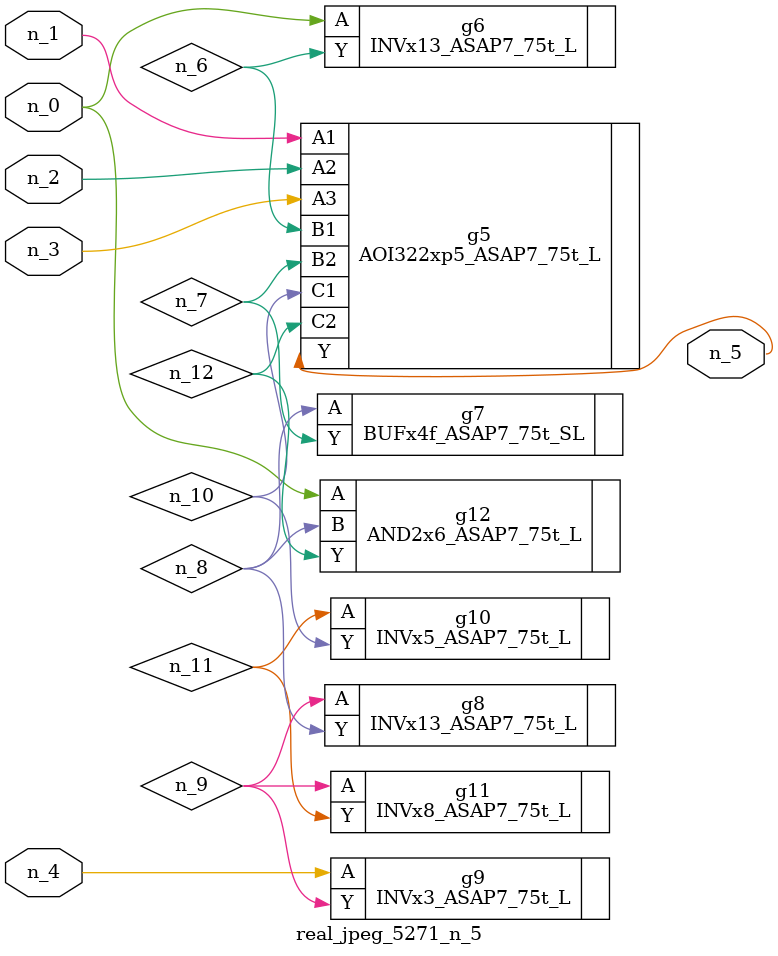
<source format=v>
module real_jpeg_5271_n_5 (n_4, n_0, n_1, n_2, n_3, n_5);

input n_4;
input n_0;
input n_1;
input n_2;
input n_3;

output n_5;

wire n_12;
wire n_8;
wire n_11;
wire n_6;
wire n_7;
wire n_10;
wire n_9;

INVx13_ASAP7_75t_L g6 ( 
.A(n_0),
.Y(n_6)
);

AND2x6_ASAP7_75t_L g12 ( 
.A(n_0),
.B(n_8),
.Y(n_12)
);

AOI322xp5_ASAP7_75t_L g5 ( 
.A1(n_1),
.A2(n_2),
.A3(n_3),
.B1(n_6),
.B2(n_7),
.C1(n_10),
.C2(n_12),
.Y(n_5)
);

INVx3_ASAP7_75t_L g9 ( 
.A(n_4),
.Y(n_9)
);

BUFx4f_ASAP7_75t_SL g7 ( 
.A(n_8),
.Y(n_7)
);

INVx13_ASAP7_75t_L g8 ( 
.A(n_9),
.Y(n_8)
);

INVx8_ASAP7_75t_L g11 ( 
.A(n_9),
.Y(n_11)
);

INVx5_ASAP7_75t_L g10 ( 
.A(n_11),
.Y(n_10)
);


endmodule
</source>
